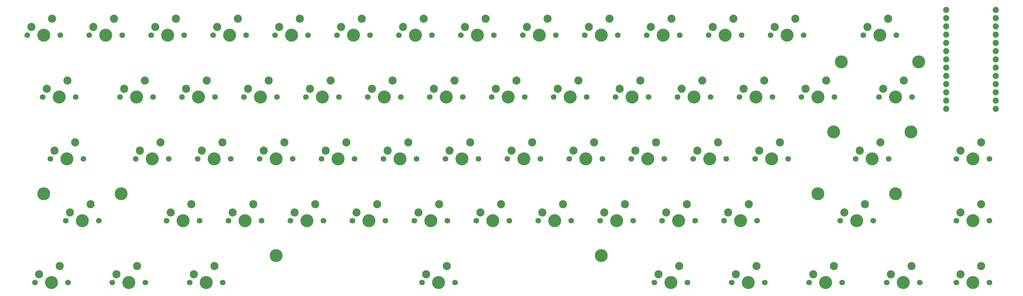
<source format=gts>
G04 #@! TF.GenerationSoftware,KiCad,Pcbnew,8.0.0*
G04 #@! TF.CreationDate,2025-03-21T19:28:15+07:00*
G04 #@! TF.ProjectId,60Keyboard,36304b65-7962-46f6-9172-642e6b696361,rev?*
G04 #@! TF.SameCoordinates,Original*
G04 #@! TF.FileFunction,Soldermask,Top*
G04 #@! TF.FilePolarity,Negative*
%FSLAX46Y46*%
G04 Gerber Fmt 4.6, Leading zero omitted, Abs format (unit mm)*
G04 Created by KiCad (PCBNEW 8.0.0) date 2025-03-21 19:28:15*
%MOMM*%
%LPD*%
G01*
G04 APERTURE LIST*
%ADD10C,1.750000*%
%ADD11C,4.000000*%
%ADD12C,2.500000*%
%ADD13C,3.987800*%
%ADD14C,1.879600*%
G04 APERTURE END LIST*
D10*
X94932500Y-47625000D03*
D11*
X100012500Y-47625000D03*
D10*
X105092500Y-47625000D03*
D12*
X96202500Y-45085000D03*
X102552500Y-42545000D03*
D13*
X254793750Y-17780000D03*
X278606250Y-17780000D03*
D10*
X42545000Y-9525000D03*
D11*
X47625000Y-9525000D03*
D10*
X52705000Y-9525000D03*
D12*
X43815000Y-6985000D03*
X50165000Y-4445000D03*
D10*
X199707500Y-66675000D03*
D11*
X204787500Y-66675000D03*
D10*
X209867500Y-66675000D03*
D12*
X200977500Y-64135000D03*
X207327500Y-61595000D03*
D10*
X80645000Y-9525000D03*
D11*
X85725000Y-9525000D03*
D10*
X90805000Y-9525000D03*
D12*
X81915000Y-6985000D03*
X88265000Y-4445000D03*
D13*
X180975000Y-77470000D03*
X80962500Y-77470000D03*
D10*
X75882500Y-47625000D03*
D11*
X80962500Y-47625000D03*
D10*
X86042500Y-47625000D03*
D12*
X77152500Y-45085000D03*
X83502500Y-42545000D03*
D10*
X4445000Y-9525000D03*
D11*
X9525000Y-9525000D03*
D10*
X14605000Y-9525000D03*
D12*
X5715000Y-6985000D03*
X12065000Y-4445000D03*
D10*
X218757500Y-66675000D03*
D11*
X223837500Y-66675000D03*
D10*
X228917500Y-66675000D03*
D12*
X220027500Y-64135000D03*
X226377500Y-61595000D03*
D13*
X33337500Y-58420000D03*
X9525000Y-58420000D03*
D10*
X156845000Y-9525000D03*
D11*
X161925000Y-9525000D03*
D10*
X167005000Y-9525000D03*
D12*
X158115000Y-6985000D03*
X164465000Y-4445000D03*
D10*
X11588750Y-47625000D03*
D11*
X16668750Y-47625000D03*
D10*
X21748750Y-47625000D03*
D12*
X12858750Y-45085000D03*
X19208750Y-42545000D03*
D10*
X290195000Y-47625000D03*
D11*
X295275000Y-47625000D03*
D10*
X300355000Y-47625000D03*
D12*
X291465000Y-45085000D03*
X297815000Y-42545000D03*
D10*
X290195000Y-85725000D03*
D11*
X295275000Y-85725000D03*
D10*
X300355000Y-85725000D03*
D12*
X291465000Y-83185000D03*
X297815000Y-80645000D03*
D10*
X261620000Y-9525000D03*
D11*
X266700000Y-9525000D03*
D10*
X271780000Y-9525000D03*
D12*
X262890000Y-6985000D03*
X269240000Y-4445000D03*
D10*
X16351250Y-66675000D03*
D11*
X21431250Y-66675000D03*
D10*
X26511250Y-66675000D03*
D12*
X17621250Y-64135000D03*
X23971250Y-61595000D03*
D10*
X61595000Y-9525000D03*
D11*
X66675000Y-9525000D03*
D10*
X71755000Y-9525000D03*
D12*
X62865000Y-6985000D03*
X69215000Y-4445000D03*
D10*
X85407500Y-66675000D03*
D11*
X90487500Y-66675000D03*
D10*
X95567500Y-66675000D03*
D12*
X86677500Y-64135000D03*
X93027500Y-61595000D03*
D10*
X54451250Y-85725000D03*
D11*
X59531250Y-85725000D03*
D10*
X64611250Y-85725000D03*
D12*
X55721250Y-83185000D03*
X62071250Y-80645000D03*
D10*
X66357500Y-66675000D03*
D11*
X71437500Y-66675000D03*
D10*
X76517500Y-66675000D03*
D12*
X67627500Y-64135000D03*
X73977500Y-61595000D03*
D10*
X33020000Y-28575000D03*
D11*
X38100000Y-28575000D03*
D10*
X43180000Y-28575000D03*
D12*
X34290000Y-26035000D03*
X40640000Y-23495000D03*
D10*
X233045000Y-9525000D03*
D11*
X238125000Y-9525000D03*
D10*
X243205000Y-9525000D03*
D12*
X234315000Y-6985000D03*
X240665000Y-4445000D03*
D10*
X244951250Y-85725000D03*
D11*
X250031250Y-85725000D03*
D10*
X255111250Y-85725000D03*
D12*
X246221250Y-83185000D03*
X252571250Y-80645000D03*
D10*
X161607500Y-66675000D03*
D11*
X166687500Y-66675000D03*
D10*
X171767500Y-66675000D03*
D12*
X162877500Y-64135000D03*
X169227500Y-61595000D03*
D10*
X147320000Y-28575000D03*
D11*
X152400000Y-28575000D03*
D10*
X157480000Y-28575000D03*
D12*
X148590000Y-26035000D03*
X154940000Y-23495000D03*
D10*
X242570000Y-28575000D03*
D11*
X247650000Y-28575000D03*
D10*
X252730000Y-28575000D03*
D12*
X243840000Y-26035000D03*
X250190000Y-23495000D03*
D10*
X30638750Y-85725000D03*
D11*
X35718750Y-85725000D03*
D10*
X40798750Y-85725000D03*
D12*
X31908750Y-83185000D03*
X38258750Y-80645000D03*
D10*
X268763750Y-85725000D03*
D11*
X273843750Y-85725000D03*
D10*
X278923750Y-85725000D03*
D12*
X270033750Y-83185000D03*
X276383750Y-80645000D03*
D10*
X290195000Y-66675000D03*
D11*
X295275000Y-66675000D03*
D10*
X300355000Y-66675000D03*
D12*
X291465000Y-64135000D03*
X297815000Y-61595000D03*
D10*
X166370000Y-28575000D03*
D11*
X171450000Y-28575000D03*
D10*
X176530000Y-28575000D03*
D12*
X167640000Y-26035000D03*
X173990000Y-23495000D03*
D10*
X197326250Y-85725000D03*
D11*
X202406250Y-85725000D03*
D10*
X207486250Y-85725000D03*
D12*
X198596250Y-83185000D03*
X204946250Y-80645000D03*
D10*
X213995000Y-9525000D03*
D11*
X219075000Y-9525000D03*
D10*
X224155000Y-9525000D03*
D12*
X215265000Y-6985000D03*
X221615000Y-4445000D03*
D13*
X271462500Y-58420000D03*
X247650000Y-58420000D03*
D10*
X133032500Y-47625000D03*
D11*
X138112500Y-47625000D03*
D10*
X143192500Y-47625000D03*
D12*
X134302500Y-45085000D03*
X140652500Y-42545000D03*
D14*
X287041496Y-1770000D03*
X287041496Y-4310000D03*
X287041496Y-6850000D03*
X287041496Y-9390000D03*
X287041496Y-11930000D03*
X287041496Y-14470000D03*
X287041496Y-17010000D03*
X287041496Y-19550000D03*
X287041496Y-22090000D03*
X287041496Y-24630000D03*
X287041496Y-27170000D03*
X287041496Y-29710000D03*
X287041496Y-32250000D03*
X302281496Y-1770000D03*
X302281496Y-4310000D03*
X302281496Y-6850000D03*
X302281496Y-9390000D03*
X302281496Y-11930000D03*
X302281496Y-14470000D03*
X302281496Y-17010000D03*
X302281496Y-19550000D03*
X302281496Y-22090000D03*
X302281496Y-24630000D03*
X302281496Y-27170000D03*
X302281496Y-29710000D03*
X302281496Y-32250000D03*
D10*
X23495000Y-9525000D03*
D11*
X28575000Y-9525000D03*
D10*
X33655000Y-9525000D03*
D12*
X24765000Y-6985000D03*
X31115000Y-4445000D03*
D10*
X266382500Y-28575000D03*
D11*
X271462500Y-28575000D03*
D10*
X276542500Y-28575000D03*
D12*
X267652500Y-26035000D03*
X274002500Y-23495000D03*
D10*
X221138750Y-85725000D03*
D11*
X226218750Y-85725000D03*
D10*
X231298750Y-85725000D03*
D12*
X222408750Y-83185000D03*
X228758750Y-80645000D03*
D10*
X128270000Y-28575000D03*
D11*
X133350000Y-28575000D03*
D10*
X138430000Y-28575000D03*
D12*
X129540000Y-26035000D03*
X135890000Y-23495000D03*
D10*
X171132500Y-47625000D03*
D11*
X176212500Y-47625000D03*
D10*
X181292500Y-47625000D03*
D12*
X172402500Y-45085000D03*
X178752500Y-42545000D03*
D10*
X223520000Y-28575000D03*
D11*
X228600000Y-28575000D03*
D10*
X233680000Y-28575000D03*
D12*
X224790000Y-26035000D03*
X231140000Y-23495000D03*
D10*
X37782500Y-47625000D03*
D11*
X42862500Y-47625000D03*
D10*
X47942500Y-47625000D03*
D12*
X39052500Y-45085000D03*
X45402500Y-42545000D03*
D10*
X204470000Y-28575000D03*
D11*
X209550000Y-28575000D03*
D10*
X214630000Y-28575000D03*
D12*
X205740000Y-26035000D03*
X212090000Y-23495000D03*
D10*
X90170000Y-28575000D03*
D11*
X95250000Y-28575000D03*
D10*
X100330000Y-28575000D03*
D12*
X91440000Y-26035000D03*
X97790000Y-23495000D03*
D10*
X56832500Y-47625000D03*
D11*
X61912500Y-47625000D03*
D10*
X66992500Y-47625000D03*
D12*
X58102500Y-45085000D03*
X64452500Y-42545000D03*
D10*
X104457500Y-66675000D03*
D11*
X109537500Y-66675000D03*
D10*
X114617500Y-66675000D03*
D12*
X105727500Y-64135000D03*
X112077500Y-61595000D03*
D10*
X109220000Y-28575000D03*
D11*
X114300000Y-28575000D03*
D10*
X119380000Y-28575000D03*
D12*
X110490000Y-26035000D03*
X116840000Y-23495000D03*
D10*
X123507500Y-66675000D03*
D11*
X128587500Y-66675000D03*
D10*
X133667500Y-66675000D03*
D12*
X124777500Y-64135000D03*
X131127500Y-61595000D03*
D10*
X6826250Y-85725000D03*
D11*
X11906250Y-85725000D03*
D10*
X16986250Y-85725000D03*
D12*
X8096250Y-83185000D03*
X14446250Y-80645000D03*
D10*
X209232500Y-47625000D03*
D11*
X214312500Y-47625000D03*
D10*
X219392500Y-47625000D03*
D12*
X210502500Y-45085000D03*
X216852500Y-42545000D03*
D10*
X118745000Y-9525000D03*
D11*
X123825000Y-9525000D03*
D10*
X128905000Y-9525000D03*
D12*
X120015000Y-6985000D03*
X126365000Y-4445000D03*
D10*
X125888750Y-85725000D03*
D11*
X130968750Y-85725000D03*
D10*
X136048750Y-85725000D03*
D12*
X127158750Y-83185000D03*
X133508750Y-80645000D03*
D10*
X185420000Y-28575000D03*
D11*
X190500000Y-28575000D03*
D10*
X195580000Y-28575000D03*
D12*
X186690000Y-26035000D03*
X193040000Y-23495000D03*
D10*
X152082500Y-47625000D03*
D11*
X157162500Y-47625000D03*
D10*
X162242500Y-47625000D03*
D12*
X153352500Y-45085000D03*
X159702500Y-42545000D03*
D10*
X259238750Y-47625000D03*
D11*
X264318750Y-47625000D03*
D10*
X269398750Y-47625000D03*
D12*
X260508750Y-45085000D03*
X266858750Y-42545000D03*
D10*
X254476250Y-66675000D03*
D11*
X259556250Y-66675000D03*
D10*
X264636250Y-66675000D03*
D12*
X255746250Y-64135000D03*
X262096250Y-61595000D03*
D10*
X99695000Y-9525000D03*
D11*
X104775000Y-9525000D03*
D10*
X109855000Y-9525000D03*
D12*
X100965000Y-6985000D03*
X107315000Y-4445000D03*
D10*
X47307500Y-66675000D03*
D11*
X52387500Y-66675000D03*
D10*
X57467500Y-66675000D03*
D12*
X48577500Y-64135000D03*
X54927500Y-61595000D03*
D10*
X113982500Y-47625000D03*
D11*
X119062500Y-47625000D03*
D10*
X124142500Y-47625000D03*
D12*
X115252500Y-45085000D03*
X121602500Y-42545000D03*
D10*
X228282500Y-47625000D03*
D11*
X233362500Y-47625000D03*
D10*
X238442500Y-47625000D03*
D12*
X229552500Y-45085000D03*
X235902500Y-42545000D03*
D13*
X276225000Y-39370000D03*
X252412500Y-39370000D03*
D10*
X9207500Y-28575000D03*
D11*
X14287500Y-28575000D03*
D10*
X19367500Y-28575000D03*
D12*
X10477500Y-26035000D03*
X16827500Y-23495000D03*
D10*
X71120000Y-28575000D03*
D11*
X76200000Y-28575000D03*
D10*
X81280000Y-28575000D03*
D12*
X72390000Y-26035000D03*
X78740000Y-23495000D03*
D10*
X52070000Y-28575000D03*
D11*
X57150000Y-28575000D03*
D10*
X62230000Y-28575000D03*
D12*
X53340000Y-26035000D03*
X59690000Y-23495000D03*
D10*
X194945000Y-9525000D03*
D11*
X200025000Y-9525000D03*
D10*
X205105000Y-9525000D03*
D12*
X196215000Y-6985000D03*
X202565000Y-4445000D03*
D10*
X142557500Y-66675000D03*
D11*
X147637500Y-66675000D03*
D10*
X152717500Y-66675000D03*
D12*
X143827500Y-64135000D03*
X150177500Y-61595000D03*
D10*
X180657500Y-66675000D03*
D11*
X185737500Y-66675000D03*
D10*
X190817500Y-66675000D03*
D12*
X181927500Y-64135000D03*
X188277500Y-61595000D03*
D10*
X175895000Y-9525000D03*
D11*
X180975000Y-9525000D03*
D10*
X186055000Y-9525000D03*
D12*
X177165000Y-6985000D03*
X183515000Y-4445000D03*
D10*
X137795000Y-9525000D03*
D11*
X142875000Y-9525000D03*
D10*
X147955000Y-9525000D03*
D12*
X139065000Y-6985000D03*
X145415000Y-4445000D03*
D10*
X190182500Y-47625000D03*
D11*
X195262500Y-47625000D03*
D10*
X200342500Y-47625000D03*
D12*
X191452500Y-45085000D03*
X197802500Y-42545000D03*
M02*

</source>
